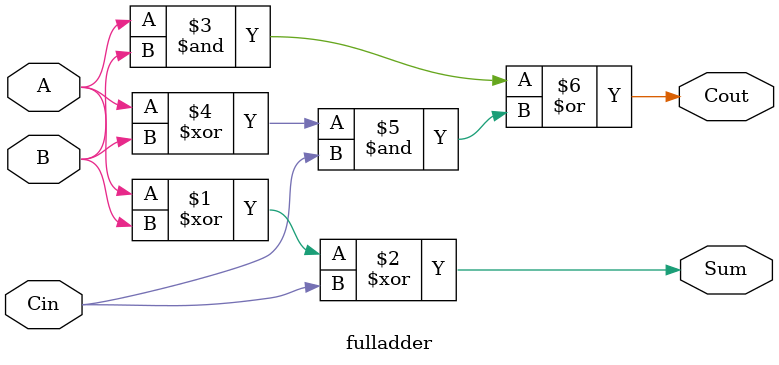
<source format=v>
module fulladder(A,B,Cin,Cout,Sum);
input A,B,Cin;
output Sum,Cout;
assign Sum=A^B^Cin;
assign Cout=(A&B)|((A^B)&Cin);
endmodule
</source>
